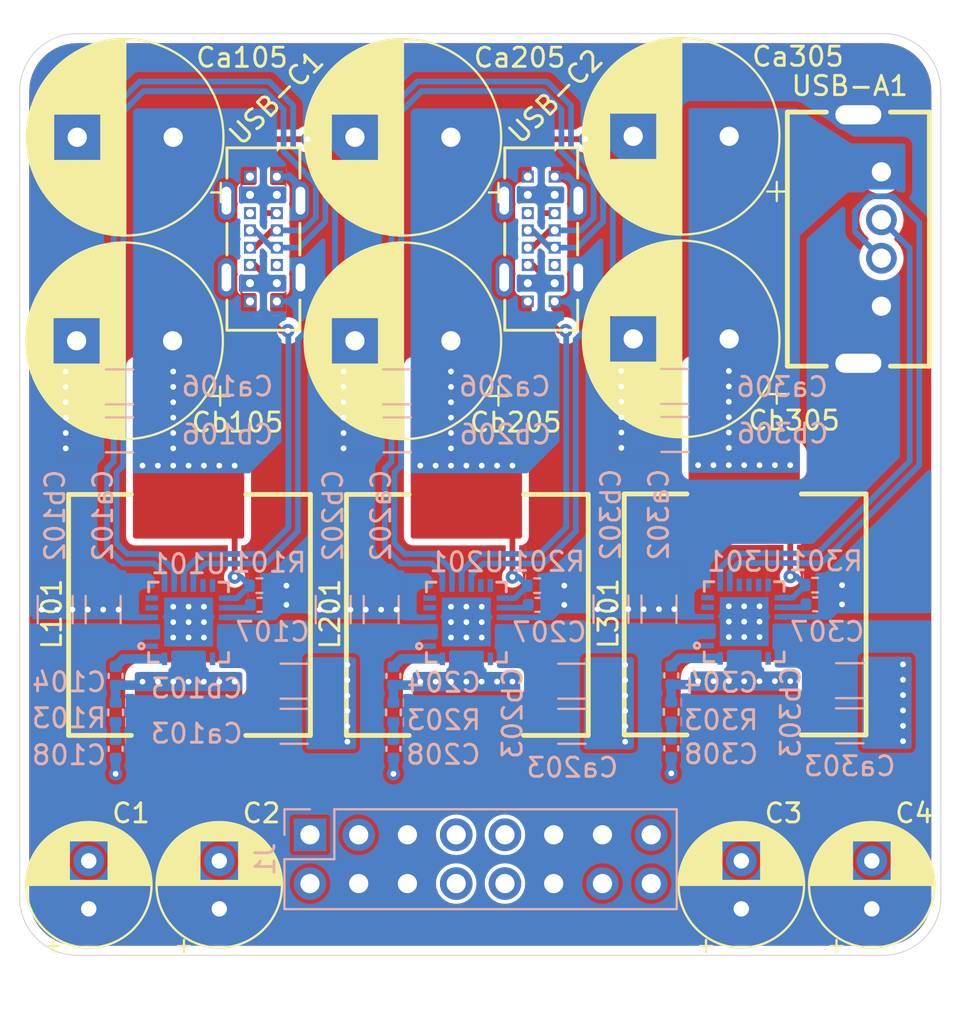
<source format=kicad_pcb>
(kicad_pcb (version 20240108) (generator "pcbnew") (generator_version "8.0")
  (layers (0 "F.Cu" signal) (31 "B.Cu" signal) (34 "B.Paste" user) (35 "F.Paste" user) (36 "B.SilkS" user "B.Silkscreen") (37 "F.SilkS" user "F.Silkscreen") (38 "B.Mask" user) (39 "F.Mask" user) (44 "Edge.Cuts" user))
  (net 0 "")
  (net 1 "GND")
  (net 2 "VCC")
  (net 3 "Net-(U101-BST)")
  (net 4 "Net-(U101-VSP)")
  (net 5 "Net-(C108-Pad2)")
  (net 6 "Net-(U201-BST)")
  (net 7 "Net-(U201-VSP)")
  (net 8 "+3.3V")
  (net 9 "SCL")
  (net 10 "SDA")
  (net 11 "+5V")
  (net 12 "Net-(C208-Pad2)")
  (net 13 "Net-(U301-BST)")
  (net 14 "Net-(U301-VSP)")
  (net 35 "/USB-C1/VOUT")
  (net 36 "/USB-C2/VOUT")
  (net 37 "/USB-A/VOUT")
  (net 38 "/USB-C1/D-")
  (net 39 "/USB-C1/D+")
  (net 40 "/USB-C2/D+")
  (net 41 "/USB-C2/D-")
  (net 42 "/USB-A/D+")
  (net 43 "/USB-A/D-")
  (net 48 "/USB-C1/CC1")
  (net 49 "/USB-C1/CC2")
  (net 50 "/USB-C2/CC2")
  (net 51 "/USB-C2/CC1")
  (net 52 "Net-(C104-Pad1)")
  (net 53 "Net-(C204-Pad1)")
  (net 54 "Net-(C304-Pad1)")
  (net 55 "Net-(C308-Pad2)")
  (footprint "easyeda2kicad:IND-SMD_L13.5-W12.6_125CDMCC-DS" (layer "F.Cu") (at 224.275 81.25 90)
    (property "Reference" "L201")
    (property "Value" "22u")
  )
  (footprint "Capacitor_THT:CP_Radial_D6.3mm_P2.50mm" (layer "F.Cu") (at 245.4 96.582379 90)
    (property "Reference" "C4")
    (property "Value" "150u")
  )
  (footprint "Capacitor_THT:CP_Radial_D6.3mm_P2.50mm" (layer "F.Cu") (at 211.4 96.58238 90)
    (property "Reference" "C2")
    (property "Value" "150u")
  )
  (footprint "Capacitor_THT:CP_Radial_D6.3mm_P2.50mm" (layer "F.Cu") (at 204.6 96.58238 90)
    (property "Reference" "C1")
    (property "Value" "150u")
  )
  (footprint "easyeda2kicad:IND-SMD_L13.5-W12.6_125CDMCC-DS" (layer "F.Cu") (at 209.8 81.25 90)
    (property "Reference" "L101")
    (property "Value" "22u")
  )
  (footprint "Capacitor_THT:CP_Radial_D10.0mm_P5.00mm" (layer "F.Cu") (at 223.467677 67 180)
    (property "Reference" "Cb205")
    (property "Value" "470u")
  )
  (footprint "Capacitor_THT:CP_Radial_D10.0mm_P5.00mm" (layer "F.Cu") (at 208.967677 67 180)
    (property "Reference" "Cb105")
    (property "Value" "470u")
  )
  (footprint "easyeda2kicad:TYPE-C-TH_16PLC-H10.0" (layer "F.Cu") (at 213.7 61.7 90)
    (property "Reference" "USB-C1")
    (property "Value" "TYPE-C 16PLC-H10.0")
  )
  (footprint "Capacitor_THT:CP_Radial_D10.0mm_P5.00mm" (layer "F.Cu") (at 223.467677 56.4 180)
    (property "Reference" "Ca205")
    (property "Value" "470u")
  )
  (footprint "easyeda2kicad:TYPE-C-TH_16PLC-H10.0" (layer "F.Cu") (at 228.175 61.7 90)
    (property "Reference" "USB-C2")
    (property "Value" "TYPE-C 16PLC-H10.0")
  )
  (footprint "Capacitor_THT:CP_Radial_D10.0mm_P5.00mm" (layer "F.Cu") (at 209 56.4 180)
    (property "Reference" "Ca105")
    (property "Value" "470u")
  )
  (footprint "easyeda2kicad:IND-SMD_L13.5-W12.6_125CDMCC-DS" (layer "F.Cu") (at 238.75 81.225 90)
    (property "Reference" "L301")
    (property "Value" "22u")
  )
  (footprint "Capacitor_THT:CP_Radial_D10.0mm_P5.00mm" (layer "F.Cu") (at 237.967677 66.9 180)
    (property "Reference" "Cb305")
    (property "Value" "470u")
  )
  (footprint "Capacitor_THT:CP_Radial_D10.0mm_P5.00mm" (layer "F.Cu") (at 237.967677 56.35 180)
    (property "Reference" "Ca305")
    (property "Value" "470u")
  )
  (footprint "easyeda2kicad:USB-A-TH_XUDF-012-0109" (layer "F.Cu") (at 245.3 61.7 90)
    (property "Reference" "USB-A1")
    (property "Value" "XUDF-012-0109")
  )
  (footprint "Capacitor_THT:CP_Radial_D6.3mm_P2.50mm" (layer "F.Cu") (at 238.6 96.58238 90)
    (property "Reference" "C3")
    (property "Value" "150u")
  )
  (footprint "Resistor_SMD:R_0402_1005Metric" (layer "B.Cu") (at 227.965 79.75)
    (property "Reference" "R201")
    (property "Value" "3.3K")
  )
  (footprint "Capacitor_SMD:C_0402_1005Metric" (layer "B.Cu") (at 220.475 84.45 90)
    (property "Reference" "C204")
    (property "Value" "100n")
  )
  (footprint "Capacitor_SMD:C_1206_3216Metric" (layer "B.Cu") (at 220.675 71.9 180)
    (property "Reference" "Cb206")
    (property "Value" "10u")
  )
  (footprint "Capacitor_SMD:C_1206_3216Metric" (layer "B.Cu") (at 229.775 84.725)
    (property "Reference" "Cb203")
    (property "Value" "10u")
  )
  (footprint "Capacitor_SMD:C_0402_1005Metric" (layer "B.Cu") (at 213.5 80.75)
    (property "Reference" "C107")
    (property "Value" "100n")
  )
  (footprint "Capacitor_SMD:C_0402_1005Metric" (layer "B.Cu") (at 227.975 80.75)
    (property "Reference" "C207")
    (property "Value" "100n")
  )
  (footprint "easyeda2kicad:QFN-24_L4.0-W4.0-P0.50-BL-EP2.6" (layer "B.Cu") (at 238.75 81.625 90)
    (property "Reference" "U301")
    (property "Value" "IP6518")
  )
  (footprint "Resistor_SMD:R_0402_1005Metric" (layer "B.Cu") (at 213.49 79.75)
    (property "Reference" "R101")
    (property "Value" "3.3K")
  )
  (footprint "Capacitor_SMD:C_0402_1005Metric" (layer "B.Cu") (at 242.45 80.725)
    (property "Reference" "C307")
    (property "Value" "100n")
  )
  (footprint "Resistor_SMD:R_0402_1005Metric" (layer "B.Cu") (at 220.475 86.35 -90)
    (property "Reference" "R203")
    (property "Value" "2")
  )
  (footprint "Resistor_SMD:R_0402_1005Metric" (layer "B.Cu") (at 242.44 79.725)
    (property "Reference" "R301")
    (property "Value" "3.3K")
  )
  (footprint "Capacitor_SMD:C_1206_3216Metric" (layer "B.Cu") (at 206.2 69.4 180)
    (property "Reference" "Ca106")
    (property "Value" "10u")
  )
  (footprint "Resistor_SMD:R_0402_1005Metric" (layer "B.Cu") (at 206 86.35 -90)
    (property "Reference" "R103")
    (property "Value" "2")
  )
  (footprint "Capacitor_SMD:C_1206_3216Metric" (layer "B.Cu") (at 235.15 71.875 180)
    (property "Reference" "Cb306")
    (property "Value" "10u")
  )
  (footprint "Capacitor_SMD:C_1206_3216Metric" (layer "B.Cu") (at 215.3 87.075)
    (property "Reference" "Ca103")
    (property "Value" "10u")
  )
  (footprint "Capacitor_SMD:C_1206_3216Metric" (layer "B.Cu") (at 217.335 81 90)
    (property "Reference" "Cb202")
    (property "Value" "10u")
  )
  (footprint "Capacitor_SMD:C_1206_3216Metric" (layer "B.Cu") (at 220.65 69.4 180)
    (property "Reference" "Ca206")
    (property "Value" "10u")
  )
  (footprint "Capacitor_SMD:C_0402_1005Metric" (layer "B.Cu") (at 234.95 88.225 90)
    (property "Reference" "C308")
    (property "Value" "1n")
  )
  (footprint "easyeda2kicad:QFN-24_L4.0-W4.0-P0.50-BL-EP2.6" (layer "B.Cu") (at 209.8 81.65 90)
    (property "Reference" "U101")
    (property "Value" "IP6518")
  )
  (footprint "Capacitor_SMD:C_1206_3216Metric" (layer "B.Cu") (at 229.775 87.075)
    (property "Reference" "Ca203")
    (property "Value" "10u")
  )
  (footprint "Capacitor_SMD:C_1206_3216Metric" (layer "B.Cu") (at 231.81 80.975 90)
    (property "Reference" "Cb302")
    (property "Value" "10u")
  )
  (footprint "Capacitor_SMD:C_0402_1005Metric" (layer "B.Cu") (at 220.475 88.25 90)
    (property "Reference" "C208")
    (property "Value" "1n")
  )
  (footprint "Capacitor_SMD:C_1206_3216Metric" (layer "B.Cu") (at 205.35 81 90)
    (property "Reference" "Ca102")
    (property "Value" "10u")
  )
  (footprint "Capacitor_SMD:C_1206_3216Metric" (layer "B.Cu") (at 235.125 69.375 180)
    (property "Reference" "Ca306")
    (property "Value" "10u")
  )
  (footprint "easyeda2kicad:QFN-24_L4.0-W4.0-P0.50-BL-EP2.6" (layer "B.Cu") (at 224.275 81.65 90)
    (property "Reference" "U201")
    (property "Value" "IP6518")
  )
  (footprint "Capacitor_SMD:C_1206_3216Metric" (layer "B.Cu") (at 202.85 81 90)
    (property "Reference" "Cb102")
    (property "Value" "10u")
  )
  (footprint "Capacitor_SMD:C_1206_3216Metric" (layer "B.Cu") (at 244.25 84.7)
    (property "Reference" "Cb303")
    (property "Value" "10u")
  )
  (footprint "Capacitor_SMD:C_1206_3216Metric" (layer "B.Cu") (at 234.31 80.975 90)
    (property "Reference" "Ca302")
    (property "Value" "10u")
  )
  (footprint "Capacitor_SMD:C_1206_3216Metric" (layer "B.Cu") (at 206.2 71.9 180)
    (property "Reference" "Cb106")
    (property "Value" "10u")
  )
  (footprint "Resistor_SMD:R_0402_1005Metric" (layer "B.Cu") (at 234.95 86.325 -90)
    (property "Reference" "R303")
    (property "Value" "2")
  )
  (footprint "Capacitor_SMD:C_0402_1005Metric" (layer "B.Cu") (at 206 84.45 90)
    (property "Reference" "C104")
    (property "Value" "100n")
  )
  (footprint "Capacitor_SMD:C_1206_3216Metric" (layer "B.Cu") (at 244.25 87.05)
    (property "Reference" "Ca303")
    (property "Value" "10u")
  )
  (footprint "Capacitor_SMD:C_1206_3216Metric" (layer "B.Cu") (at 215.3 84.725)
    (property "Reference" "Cb103")
    (property "Value" "10u")
  )
  (footprint "Capacitor_SMD:C_1206_3216Metric" (layer "B.Cu") (at 219.835 81 90)
    (property "Reference" "Ca202")
    (property "Value" "10u")
  )
  (footprint "Capacitor_SMD:C_0402_1005Metric" (layer "B.Cu") (at 234.95 84.425 90)
    (property "Reference" "C304")
    (property "Value" "100n")
  )
  (footprint "Capacitor_SMD:C_0402_1005Metric" (layer "B.Cu") (at 206 88.25 90)
    (property "Reference" "C108")
    (property "Value" "1n")
  )
  (footprint "Connector_PinHeader_2.54mm:PinHeader_2x08_P2.54mm_Vertical" (layer "B.Cu") (at 216.125 92.725 -90)
    (property "Reference" "J1")
    (property "Value" "Conn_02x08_Odd_Even")
  )
  (gr_line (start 249 96) (end 249 54) (stroke (width 0.05)) (layer "Edge.Cuts"))
  (gr_line (start 201 54) (end 201 96) (stroke (width 0.05)) (layer "Edge.Cuts"))
  (gr_line (start 204 99) (end 246 99) (stroke (width 0.05)) (layer "Edge.Cuts"))
  (gr_arc (start 249 96) (mid 248.12132 98.12132) (end 246 99) (stroke (width 0.05)) (layer "Edge.Cuts"))
  (gr_line (start 246 51) (end 204 51) (stroke (width 0.05)) (layer "Edge.Cuts"))
  (gr_arc (start 246 51) (mid 248.12132 51.87868) (end 249 54) (stroke (width 0.05)) (layer "Edge.Cuts"))
  (gr_arc (start 204 99) (mid 201.87868 98.12132) (end 201 96) (stroke (width 0.05)) (layer "Edge.Cuts"))
  (gr_arc (start 201 54) (mid 201.87868 51.87868) (end 204 51) (stroke (width 0.05)) (layer "Edge.Cuts"))
  (via (at 224.275 81.65) (size 0.7) (drill 0.3) (layers "F.Cu" "B.Cu") (net 1))
  (via (at 218.075 85.475) (size 0.7) (drill 0.3) (layers "F.Cu" "B.Cu") (net 1))
  (via (at 219.835 81) (size 0.7) (drill 0.3) (layers "F.Cu" "B.Cu") (net 1))
  (via (at 235.11 80.975) (size 0.7) (drill 0.3) (layers "F.Cu" "B.Cu") (net 1))
  (via (at 232.55 84.675) (size 0.7) (drill 0.3) (layers "F.Cu" "B.Cu") (net 1))
  (via (at 232.71 80.975) (size 0.7) (drill 0.3) (layers "F.Cu" "B.Cu") (net 1))
  (via (at 237.95 81.625) (size 0.7) (drill 0.3) (layers "F.Cu" "B.Cu") (net 1))
  (via (at 225.075 82.45) (size 0.7) (drill 0.3) (layers "F.Cu" "B.Cu") (net 1))
  (via (at 203.4 68.6) (size 0.7) (drill 0.3) (layers "F.Cu" "B.Cu") (net 1))
  (via (at 203.75 81) (size 0.7) (drill 0.3) (layers "F.Cu" "B.Cu") (net 1))
  (via (at 247.025 85.45) (size 0.7) (drill 0.3) (layers "F.Cu" "B.Cu") (net 1))
  (via (at 218.075 83.875) (size 0.7) (drill 0.3) (layers "F.Cu" "B.Cu") (net 1))
  (via (at 202.15 81) (size 0.7) (drill 0.3) (layers "F.Cu" "B.Cu") (net 1))
  (via (at 217.875 71) (size 0.7) (drill 0.3) (layers "F.Cu" "B.Cu") (net 1))
  (via (at 203.4 71.8) (size 0.7) (drill 0.3) (layers "F.Cu" "B.Cu") (net 1))
  (via (at 216.635 81) (size 0.7) (drill 0.3) (layers "F.Cu" "B.Cu") (net 1))
  (via (at 232.55 87.875) (size 0.7) (drill 0.3) (layers "F.Cu" "B.Cu") (net 1))
  (via (at 218.075 86.275) (size 0.7) (drill 0.3) (layers "F.Cu" "B.Cu") (net 1))
  (via (at 220.635 81) (size 0.7) (drill 0.3) (layers "F.Cu" "B.Cu") (net 1))
  (via (at 232.55 85.475) (size 0.7) (drill 0.3) (layers "F.Cu" "B.Cu") (net 1))
  (via (at 243.85 79.725) (size 0.7) (drill 0.3) (layers "F.Cu" "B.Cu") (net 1))
  (via (at 209 81.65) (size 0.7) (drill 0.3) (layers "F.Cu" "B.Cu") (net 1))
  (via (at 202.95 81) (size 0.7) (drill 0.3) (layers "F.Cu" "B.Cu") (net 1))
  (via (at 238.75 82.425) (size 0.7) (drill 0.3) (layers "F.Cu" "B.Cu") (net 1))
  (via (at 209 80.85) (size 0.7) (drill 0.3) (layers "F.Cu" "B.Cu") (net 1))
  (via (at 239.55 80.825) (size 0.7) (drill 0.3) (layers "F.Cu" "B.Cu") (net 1))
  (via (at 232.55 87.075) (size 0.7) (drill 0.3) (layers "F.Cu" "B.Cu") (net 1))
  (via (at 209.8 81.65) (size 0.7) (drill 0.3) (layers "F.Cu" "B.Cu") (net 1))
  (via (at 231.91 80.975) (size 0.7) (drill 0.3) (layers "F.Cu" "B.Cu") (net 1))
  (via (at 203.4 70.2) (size 0.7) (drill 0.3) (layers "F.Cu" "B.Cu") (net 1))
  (via (at 232.35 69.375) (size 0.7) (drill 0.3) (layers "F.Cu" "B.Cu") (net 1))
  (via (at 247.025 83.85) (size 0.7) (drill 0.3) (layers "F.Cu" "B.Cu") (net 1))
  (via (at 232.35 68.575) (size 0.7) (drill 0.3) (layers "F.Cu" "B.Cu") (net 1))
  (via (at 217.875 70.2) (size 0.7) (drill 0.3) (layers "F.Cu" "B.Cu") (net 1))
  (via (at 232.35 70.175) (size 0.7) (drill 0.3) (layers "F.Cu" "B.Cu") (net 1))
  (via (at 229.375 80.75) (size 0.7) (drill 0.3) (layers "F.Cu" "B.Cu") (net 1))
  (via (at 223.475 82.45) (size 0.7) (drill 0.3) (layers "F.Cu" "B.Cu") (net 1))
  (via (at 247.025 87.05) (size 0.7) (drill 0.3) (layers "F.Cu" "B.Cu") (net 1))
  (via (at 237.95 82.425) (size 0.7) (drill 0.3) (layers "F.Cu" "B.Cu") (net 1))
  (via (at 210.6 81.65) (size 0.7) (drill 0.3) (layers "F.Cu" "B.Cu") (net 1))
  (via (at 231.11 80.975) (size 0.7) (drill 0.3) (layers "F.Cu" "B.Cu") (net 1))
  (via (at 229.375 79.75) (size 0.7) (drill 0.3) (layers "F.Cu" "B.Cu") (net 1))
  (via (at 247.025 84.65) (size 0.7) (drill 0.3) (layers "F.Cu" "B.Cu") (net 1))
  (via (at 234.95 89.525) (size 0.7) (drill 0.3) (layers "F.Cu" "B.Cu") (net 1))
  (via (at 232.35 72.575) (size 0.7) (drill 0.3) (layers "F.Cu" "B.Cu") (net 1))
  (via (at 223.475 81.65) (size 0.7) (drill 0.3) (layers "F.Cu" "B.Cu") (net 1))
  (via (at 234.31 80.975) (size 0.7) (drill 0.3) (layers "F.Cu" "B.Cu") (net 1))
  (via (at 209.8 82.45) (size 0.7) (drill 0.3) (layers "F.Cu" "B.Cu") (net 1))
  (via (at 218.075 87.075) (size 0.7) (drill 0.3) (layers "F.Cu" "B.Cu") (net 1))
  (via (at 214.9 80.75) (size 0.7) (drill 0.3) (layers "F.Cu" "B.Cu") (net 1))
  (via (at 243.85 80.725) (size 0.7) (drill 0.3) (layers "F.Cu" "B.Cu") (net 1))
  (via (at 218.075 87.875) (size 0.7) (drill 0.3) (layers "F.Cu" "B.Cu") (net 1))
  (via (at 205.35 81) (size 0.7) (drill 0.3) (layers "F.Cu" "B.Cu") (net 1))
  (via (at 206 89.55) (size 0.7) (drill 0.3) (layers "F.Cu" "B.Cu") (net 1))
  (via (at 214.9 79.75) (size 0.7) (drill 0.3) (layers "F.Cu" "B.Cu") (net 1))
  (via (at 203.4 71) (size 0.7) (drill 0.3) (layers "F.Cu" "B.Cu") (net 1))
  (via (at 217.875 72.6) (size 0.7) (drill 0.3) (layers "F.Cu" "B.Cu") (net 1))
  (via (at 209 82.45) (size 0.7) (drill 0.3) (layers "F.Cu" "B.Cu") (net 1))
  (via (at 238.75 80.825) (size 0.7) (drill 0.3) (layers "F.Cu" "B.Cu") (net 1))
  (via (at 239.55 82.425) (size 0.7) (drill 0.3) (layers "F.Cu" "B.Cu") (net 1))
  (via (at 203.4 72.6) (size 0.7) (drill 0.3) (layers "F.Cu" "B.Cu") (net 1))
  (via (at 225.075 81.65) (size 0.7) (drill 0.3) (layers "F.Cu" "B.Cu") (net 1))
  (via (at 239.55 81.625) (size 0.7) (drill 0.3) (layers "F.Cu" "B.Cu") (net 1))
  (via (at 232.55 86.275) (size 0.7) (drill 0.3) (layers "F.Cu" "B.Cu") (net 1))
  (via (at 217.875 71.8) (size 0.7) (drill 0.3) (layers "F.Cu" "B.Cu") (net 1))
  (via (at 237.95 80.825) (size 0.7) (drill 0.3) (layers "F.Cu" "B.Cu") (net 1))
  (via (at 232.35 70.975) (size 0.7) (drill 0.3) (layers "F.Cu" "B.Cu") (net 1))
  (via (at 217.875 68.6) (size 0.7) (drill 0.3) (layers "F.Cu" "B.Cu") (net 1))
  (via (at 223.475 80.85) (size 0.7) (drill 0.3) (layers "F.Cu" "B.Cu") (net 1))
  (via (at 210.6 80.85) (size 0.7) (drill 0.3) (layers "F.Cu" "B.Cu") (net 1))
  (via (at 247.025 87.85) (size 0.7) (drill 0.3) (layers "F.Cu" "B.Cu") (net 1))
  (via (at 224.275 82.45) (size 0.7) (drill 0.3) (layers "F.Cu" "B.Cu") (net 1))
  (via (at 233.51 80.975) (size 0.7) (drill 0.3) (layers "F.Cu" "B.Cu") (net 1))
  (via (at 219.035 81) (size 0.7) (drill 0.3) (layers "F.Cu" "B.Cu") (net 1))
  (via (at 206.15 81) (size 0.7) (drill 0.3) (layers "F.Cu" "B.Cu") (net 1))
  (via (at 232.35 71.775) (size 0.7) (drill 0.3) (layers "F.Cu" "B.Cu") (net 1))
  (via (at 224.275 80.85) (size 0.7) (drill 0.3) (layers "F.Cu" "B.Cu") (net 1))
  (via (at 238.75 81.625) (size 0.7) (drill 0.3) (layers "F.Cu" "B.Cu") (net 1))
  (via (at 217.875 69.4) (size 0.7) (drill 0.3) (layers "F.Cu" "B.Cu") (net 1))
  (via (at 247.025 86.25) (size 0.7) (drill 0.3) (layers "F.Cu" "B.Cu") (net 1))
  (via (at 204.55 81) (size 0.7) (drill 0.3) (layers "F.Cu" "B.Cu") (net 1))
  (via (at 217.435 81) (size 0.7) (drill 0.3) (layers "F.Cu" "B.Cu") (net 1))
  (via (at 203.4 69.4) (size 0.7) (drill 0.3) (layers "F.Cu" "B.Cu") (net 1))
  (via (at 232.55 83.875) (size 0.7) (drill 0.3) (layers "F.Cu" "B.Cu") (net 1))
  (via (at 218.075 84.675) (size 0.7) (drill 0.3) (layers "F.Cu" "B.Cu") (net 1))
  (via (at 210.6 82.45) (size 0.7) (drill 0.3) (layers "F.Cu" "B.Cu") (net 1))
  (via (at 218.235 81) (size 0.7) (drill 0.3) (layers "F.Cu" "B.Cu") (net 1))
  (via (at 209.8 80.85) (size 0.7) (drill 0.3) (layers "F.Cu" "B.Cu") (net 1))
  (via (at 220.475 89.55) (size 0.7) (drill 0.3) (layers "F.Cu" "B.Cu") (net 1))
  (via (at 225.075 80.85) (size 0.7) (drill 0.3) (layers "F.Cu" "B.Cu") (net 1))
  (segment (start 236.85 81.375) (end 235.51 81.375) (width 0.3) (layer "B.Cu") (net 1))
  (segment (start 213.98 80.75) (end 214.9 80.75) (width 0.5) (layer "B.Cu") (net 1))
  (segment (start 228.475 79.75) (end 229.375 79.75) (width 0.5) (layer "B.Cu") (net 1))
  (segment (start 235.51 81.375) (end 235.11 80.975) (width 0.3) (layer "B.Cu") (net 1))
  (segment (start 243.2 81.375) (end 243.85 80.725) (width 0.3) (layer "B.Cu") (net 1))
  (segment (start 228.455 80.75) (end 229.375 80.75) (width 0.5) (layer "B.Cu") (net 1))
  (segment (start 242.95 79.725) (end 243.85 79.725) (width 0.5) (layer "B.Cu") (net 1))
  (segment (start 221.035 81.4) (end 220.635 81) (width 0.3) (layer "B.Cu") (net 1))
  (segment (start 214 79.75) (end 214.9 79.75) (width 0.5) (layer "B.Cu") (net 1))
  (segment (start 220.475 88.73) (end 220.475 89.55) (width 0.5) (layer "B.Cu") (net 1))
  (segment (start 240.66 81.375) (end 243.2 81.375) (width 0.3) (layer "B.Cu") (net 1))
  (segment (start 234.95 88.705) (end 234.95 89.525) (width 0.5) (layer "B.Cu") (net 1))
  (segment (start 214.25 81.4) (end 214.9 80.75) (width 0.3) (layer "B.Cu") (net 1))
  (segment (start 242.93 80.725) (end 243.85 80.725) (width 0.5) (layer "B.Cu") (net 1))
  (segment (start 206 88.73) (end 206 89.55) (width 0.5) (layer "B.Cu") (net 1))
  (segment (start 226.185 81.4) (end 228.725 81.4) (width 0.3) (layer "B.Cu") (net 1))
  (segment (start 211.71 81.4) (end 214.25 81.4) (width 0.3) (layer "B.Cu") (net 1))
  (segment (start 228.725 81.4) (end 229.375 80.75) (width 0.3) (layer "B.Cu") (net 1))
  (segment (start 206.55 81.4) (end 206.15 81) (width 0.3) (layer "B.Cu") (net 1))
  (segment (start 222.375 81.4) (end 221.035 81.4) (width 0.3) (layer "B.Cu") (net 1))
  (segment (start 207.89 81.4) (end 206.55 81.4) (width 0.3) (layer "B.Cu") (net 1))
  (segment (start 206 83.97) (end 206.41 83.56) (width 0.5) (layer "B.Cu") (net 3))
  (segment (start 206.41 83.56) (end 208.46 83.56) (width 0.5) (layer "B.Cu") (net 3))
  (segment (start 212.87 80.9) (end 211.71 80.9) (width 0.3) (layer "B.Cu") (net 4))
  (segment (start 213.02 80.75) (end 212.87 80.9) (width 0.2) (layer "B.Cu") (net 4))
  (segment (start 206 86.86) (end 206 87.77) (width 0.5) (layer "B.Cu") (net 5))
  (segment (start 220.885 83.56) (end 222.935 83.56) (width 0.5) (layer "B.Cu") (net 6))
  (segment (start 220.475 83.97) (end 220.885 83.56) (width 0.5) (layer "B.Cu") (net 6))
  (segment (start 227.345 80.9) (end 226.185 80.9) (width 0.3) (layer "B.Cu") (net 7))
  (segment (start 227.495 80.75) (end 227.345 80.9) (width 0.2) (layer "B.Cu") (net 7))
  (segment (start 220.475 86.86) (end 220.475 87.77) (width 0.5) (layer "B.Cu") (net 12))
  (segment (start 234.95 83.945) (end 235.36 83.535) (width 0.5) (layer "B.Cu") (net 13))
  (segment (start 235.36 83.535) (end 237.41 83.535) (width 0.5) (layer "B.Cu") (net 13))
  (segment (start 241.97 80.725) (end 241.82 80.875) (width 0.2) (layer "B.Cu") (net 14))
  (segment (start 241.82 80.875) (end 240.66 80.875) (width 0.3) (layer "B.Cu") (net 14))
  (segment (start 212.2 79.3) (end 212.2 76.65) (width 0.3) (layer "F.Cu") (net 35))
  (via (at 212.2 79.3) (size 0.7) (drill 0.3) (layers "F.Cu" "B.Cu") (net 35))
  (via (at 209 72.6) (size 0.7) (drill 0.3) (layers "F.Cu" "B.Cu") (net 35))
  (via (at 209 68.6) (size 0.7) (drill 0.3) (layers "F.Cu" "B.Cu") (net 35))
  (via (at 212.2 73.5) (size 0.7) (drill 0.3) (layers "F.Cu" "B.Cu") (net 35))
  (via (at 209 69.4) (size 0.7) (drill 0.3) (layers "F.Cu" "B.Cu") (net 35))
  (via (at 211.4 73.5) (size 0.7) (drill 0.3) (layers "F.Cu" "B.Cu") (net 35))
  (via (at 210.6 73.5) (size 0.7) (drill 0.3) (layers "F.Cu" "B.Cu") (net 35))
  (via (at 209.8 73.5) (size 0.7) (drill 0.3) (layers "F.Cu" "B.Cu") (net 35))
  (via (at 209 73.5) (size 0.7) (drill 0.3) (layers "F.Cu" "B.Cu") (net 35))
  (via (at 209 71) (size 0.7) (drill 0.3) (layers "F.Cu" "B.Cu") (net 35))
  (via (at 207.4 73.5) (size 0.7) (drill 0.3) (layers "F.Cu" "B.Cu") (net 35))
  (via (at 208.2 73.5) (size 0.7) (drill 0.3) (layers "F.Cu" "B.Cu") (net 35))
  (via (at 209 71.8) (size 0.7) (drill 0.3) (layers "F.Cu" "B.Cu") (net 35))
  (via (at 209 70.2) (size 0.7) (drill 0.3) (layers "F.Cu" "B.Cu") (net 35))
  (segment (start 212.2 79.3) (end 212.53 79.3) (width 0.3) (layer "B.Cu") (net 35))
  (segment (start 212.33 80.4) (end 212.98 79.75) (width 0.3) (layer "B.Cu") (net 35))
  (segment (start 211.71 80.4) (end 212.33 80.4) (width 0.3) (layer "B.Cu") (net 35))
  (segment (start 212.53 79.3) (end 212.98 79.75) (width 0.3) (layer "B.Cu") (net 35))
  (segment (start 226.675 79.3) (end 226.675 76.65) (width 0.3) (layer "F.Cu") (net 36))
  (via (at 223.475 71) (size 0.7) (drill 0.3) (layers "F.Cu" "B.Cu") (net 36))
  (via (at 226.675 79.3) (size 0.7) (drill 0.3) (layers "F.Cu" "B.Cu") (net 36))
  (via (at 223.475 68.6) (size 0.7) (drill 0.3) (layers "F.Cu" "B.Cu") (net 36))
  (via (at 223.475 69.4) (size 0.7) (drill 0.3) (layers "F.Cu" "B.Cu") (net 36))
  (via (at 223.475 73.5) (size 0.7) (drill 0.3) (layers "F.Cu" "B.Cu") (net 36))
  (via (at 225.075 73.5) (size 0.7) (drill 0.3) (layers "F.Cu" "B.Cu") (net 36))
  (via (at 222.675 73.5) (size 0.7) (drill 0.3) (layers "F.Cu" "B.Cu") (net 36))
  (via (at 225.875 73.5) (size 0.7) (drill 0.3) (layers "F.Cu" "B.Cu") (net 36))
  (via (at 223.475 71.8) (size 0.7) (drill 0.3) (layers "F.Cu" "B.Cu") (net 36))
  (via (at 221.875 73.5) (size 0.7) (drill 0.3) (layers "F.Cu" "B.Cu") (net 36))
  (via (at 224.275 73.5) (size 0.7) (drill 0.3) (layers "F.Cu" "B.Cu") (net 36))
  (via (at 223.475 70.2) (size 0.7) (drill 0.3) (layers "F.Cu" "B.Cu") (net 36))
  (via (at 226.675 73.5) (size 0.7) (drill 0.3) (layers "F.Cu" "B.Cu") (net 36))
  (via (at 223.475 72.6) (size 0.7) (drill 0.3) (layers "F.Cu" "B.Cu") (net 36))
  (segment (start 226.185 80.4) (end 226.805 80.4) (width 0.3) (layer "B.Cu") (net 36))
  (segment (start 227.005 79.3) (end 227.455 79.75) (width 0.3) (layer "B.Cu") (net 36))
  (segment (start 226.805 80.4) (end 227.455 79.75) (width 0.3) (layer "B.Cu") (net 36))
  (segment (start 226.675 79.3) (end 227.005 79.3) (width 0.3) (layer "B.Cu") (net 36))
  (segment (start 241.15 79.275) (end 241.15 76.625) (width 0.3) (layer "F.Cu") (net 37))
  (via (at 237.95 70.175) (size 0.7) (drill 0.3) (layers "F.Cu" "B.Cu") (net 37))
  (via (at 239.55 73.475) (size 0.7) (drill 0.3) (layers "F.Cu" "B.Cu") (net 37))
  (via (at 237.95 71.775) (size 0.7) (drill 0.3) (layers "F.Cu" "B.Cu") (net 37))
  (via (at 237.95 73.475) (size 0.7) (drill 0.3) (layers "F.Cu" "B.Cu") (net 37))
  (via (at 237.95 69.375) (size 0.7) (drill 0.3) (layers "F.Cu" "B.Cu") (net 37))
  (via (at 241.15 73.475) (size 0.7) (drill 0.3) (layers "F.Cu" "B.Cu") (net 37))
  (via (at 237.15 73.475) (size 0.7) (drill 0.3) (layers "F.Cu" "B.Cu") (net 37))
  (via (at 241.15 79.275) (size 0.7) (drill 0.3) (layers "F.Cu" "B.Cu") (net 37))
  (via (at 237.95 68.575) (size 0.7) (drill 0.3) (layers "F.Cu" "B.Cu") (net 37))
  (via (at 238.75 73.475) (size 0.7) (drill 0.3) (layers "F.Cu" "B.Cu") (net 37))
  (via (at 236.35 73.475) (size 0.7) (drill 0.3) (layers "F.Cu" "B.Cu") (net 37))
  (via (at 237.95 70.975) (size 0.7) (drill 0.3) (layers "F.Cu" "B.Cu") (net 37))
  (via (at 240.35 73.475) (size 0.7) (drill 0.3) (layers "F.Cu" "B.Cu") (net 37))
  (via (at 237.95 72.575) (size 0.7) (drill 0.3) (layers "F.Cu" "B.Cu") (net 37))
  (segment (start 240.66 80.375) (end 241.28 80.375) (width 0.3) (layer "B.Cu") (net 37))
  (segment (start 241.48 79.275) (end 241.93 79.725) (width 0.3) (layer "B.Cu") (net 37))
  (segment (start 241.28 80.375) (end 241.93 79.725) (width 0.3) (layer "B.Cu") (net 37))
  (segment (start 241.15 79.275) (end 241.48 79.275) (width 0.3) (layer "B.Cu") (net 37))
  (segment (start 205.9 73.292893) (end 205.9 54.85) (width 0.3) (layer "B.Cu") (net 38))
  (segment (start 207.992894 78.6) (end 206.4 78.6) (width 0.3) (layer "B.Cu") (net 38))
  (segment (start 205.55 73.642893) (end 205.9 73.292893) (width 0.3) (layer "B.Cu") (net 38))
  (segment (start 214 53.5) (end 215.25 54.75) (width 0.3) (layer "B.Cu") (net 38))
  (segment (start 206.4 78.6) (end 205.842893 78.042894) (width 0.3) (layer "B.Cu") (net 38))
  (segment (start 213 61.25) (end 213.25 61.25) (width 0.3) (layer "B.Cu") (net 38))
  (segment (start 216.93 58.611522) (end 216.93 60.788478) (width 0.3) (layer "B.Cu") (net 38))
  (segment (start 213.25 61.25) (end 214.15 62.15) (width 0.3) (layer "B.Cu") (net 38))
  (segment (start 215.568478 62.15) (end 214.4 62.15) (width 0.3) (layer "B.Cu") (net 38))
  (segment (start 214.15 62.15) (end 214.4 62.15) (width 0.3) (layer "B.Cu") (net 38))
  (segment (start 207.25 53.5) (end 214 53.5) (width 0.3) (layer "B.Cu") (net 38))
  (segment (start 208.55 79.157106) (end 207.992894 78.6) (width 0.3) (layer "B.Cu") (net 38))
  (segment (start 215.25 56.931522) (end 216.93 58.611522) (width 0.3) (layer "B.Cu") (net 38))
  (segment (start 205.842893 78.042894) (end 205.55 77.750001) (width 0.3) (layer "B.Cu") (net 38))
  (segment (start 208.55 79.74) (end 208.55 79.157106) (width 0.3) (layer "B.Cu") (net 38))
  (segment (start 205.55 77.750001) (end 205.55 73.642893) (width 0.3) (layer "B.Cu") (net 38))
  (segment (start 205.9 54.85) (end 207.25 53.5) (width 0.3) (layer "B.Cu") (net 38))
  (segment (start 216.93 60.788478) (end 215.568478 62.15) (width 0.3) (layer "B.Cu") (net 38))
  (segment (start 215.25 54.75) (end 215.25 56.931522) (width 0.3) (layer "B.Cu") (net 38))
  (segment (start 214.4 61.25) (end 214.15 61.25) (width 0.3) (layer "F.Cu") (net 39))
  (segment (start 213.25 62.15) (end 213 62.15) (width 0.3) (layer "F.Cu") (net 39))
  (segment (start 214.15 61.25) (end 213.25 62.15) (width 0.3) (layer "F.Cu") (net 39))
  (segment (start 206.4 55.057106) (end 207.457106 54) (width 0.3) (layer "B.Cu") (net 39))
  (segment (start 207.457106 54) (end 213.792894 54) (width 0.3) (layer "B.Cu") (net 39))
  (segment (start 206.4 73.5) (end 206.4 55.057106) (width 0.3) (layer "B.Cu") (net 39))
  (segment (start 214.75 54.957106) (end 214.75 57.138629) (width 0.3) (layer "B.Cu") (net 39))
  (segment (start 209.05 78.949999) (end 208.200001 78.1) (width 0.3) (layer "B.Cu") (net 39))
  (segment (start 209.05 79.74) (end 209.05 78.949999) (width 0.3) (layer "B.Cu") (net 39))
  (segment (start 216.43 60.581371) (end 215.761371 61.25) (width 0.3) (layer "B.Cu") (net 39))
  (segment (start 206.05 77.542894) (end 206.05 73.85) (width 0.3) (layer "B.Cu") (net 39))
  (segment (start 214.75 57.138629) (end 216.43 58.818629) (width 0.3) (layer "B.Cu") (net 39))
  (segment (start 213.792894 54) (end 214.75 54.957106) (width 0.3) (layer "B.Cu") (net 39))
  (segment (start 215.761371 61.25) (end 214.4 61.25) (width 0.3) (layer "B.Cu") (net 39))
  (segment (start 208.200001 78.1) (end 206.607106 78.1) (width 0.3) (layer "B.Cu") (net 39))
  (segment (start 216.43 58.818629) (end 216.43 60.581371) (width 0.3) (layer "B.Cu") (net 39))
  (segment (start 206.607106 78.1) (end 206.05 77.542894) (width 0.3) (layer "B.Cu") (net 39))
  (segment (start 206.05 73.85) (end 206.4 73.5) (width 0.3) (layer "B.Cu") (net 39))
  (segment (start 228.875 61.25) (end 228.625 61.25) (width 0.3) (layer "F.Cu") (net 40))
  (segment (start 228.625 61.25) (end 227.725 62.15) (width 0.3) (layer "F.Cu") (net 40))
  (segment (start 227.725 62.15) (end 227.475 62.15) (width 0.3) (layer "F.Cu") (net 40))
  (segment (start 230.905 60.581371) (end 230.236371 61.25) (width 0.3) (layer "B.Cu") (net 40))
  (segment (start 221.932106 54) (end 228.267894 54) (width 0.3) (layer "B.Cu") (net 40))
  (segment (start 221.082106 78.1) (end 220.525 77.542894) (width 0.3) (layer "B.Cu") (net 40))
  (segment (start 220.875 55.057106) (end 221.932106 54) (width 0.3) (layer "B.Cu") (net 40))
  (segment (start 229.225 57.138629) (end 230.905 58.818629) (width 0.3) (layer "B.Cu") (net 40))
  (segment (start 230.905 58.818629) (end 230.905 60.581371) (width 0.3) (layer "B.Cu") (net 40))
  (segment (start 220.875 73.5) (end 220.875 55.057106) (width 0.3) (layer "B.Cu") (net 40))
  (segment (start 222.675001 78.1) (end 221.082106 78.1) (width 0.3) (layer "B.Cu") (net 40))
  (segment (start 220.525 73.85) (end 220.875 73.5) (width 0.3) (layer "B.Cu") (net 40))
  (segment (start 229.225 54.957106) (end 229.225 57.138629) (width 0.3) (layer "B.Cu") (net 40))
  (segment (start 228.267894 54) (end 229.225 54.957106) (width 0.3) (layer "B.Cu") (net 40))
  (segment (start 223.525 78.949999) (end 222.675001 78.1) (width 0.3) (layer "B.Cu") (net 40))
  (segment (start 230.236371 61.25) (end 228.875 61.25) (width 0.3) (layer "B.Cu") (net 40))
  (segment (start 223.525 79.74) (end 223.525 78.949999) (width 0.3) (layer "B.Cu") (net 40))
  (segment (start 220.525 77.542894) (end 220.525 73.85) (width 0.3) (layer "B.Cu") (net 40))
  (segment (start 221.725 53.5) (end 228.475 53.5) (width 0.3) (layer "B.Cu") (net 41))
  (segment (start 229.725 56.931522) (end 231.405 58.611522) (width 0.3) (layer "B.Cu") (net 41))
  (segment (start 228.625 62.15) (end 228.875 62.15) (width 0.3) (layer "B.Cu") (net 41))
  (segment (start 230.043478 62.15) (end 228.875 62.15) (width 0.3) (layer "B.Cu") (net 41))
  (segment (start 229.725 54.75) (end 229.725 56.931522) (width 0.3) (layer "B.Cu") (net 41))
  (segment (start 223.025 79.74) (end 223.025 79.157106) (width 0.3) (layer "B.Cu") (net 41))
  (segment (start 228.475 53.5) (end 229.725 54.75) (width 0.3) (layer "B.Cu") (net 41))
  (segment (start 231.405 58.611522) (end 231.405 60.788478) (width 0.3) (layer "B.Cu") (net 41))
  (segment (start 227.475 61.25) (end 227.725 61.25) (width 0.3) (layer "B.Cu") (net 41))
  (segment (start 220.375 73.292893) (end 220.375 54.85) (width 0.3) (layer "B.Cu") (net 41))
  (segment (start 220.025 77.750001) (end 220.025 73.642893) (width 0.3) (layer "B.Cu") (net 41))
  (segment (start 227.725 61.25) (end 228.625 62.15) (width 0.3) (layer "B.Cu") (net 41))
  (segment (start 220.875 78.6) (end 220.317893 78.042894) (width 0.3) (layer "B.Cu") (net 41))
  (segment (start 222.467894 78.6) (end 220.875 78.6) (width 0.3) (layer "B.Cu") (net 41))
  (segment (start 220.025 73.642893) (end 220.375 73.292893) (width 0.3) (layer "B.Cu") (net 41))
  (segment (start 220.375 54.85) (end 221.725 53.5) (width 0.3) (layer "B.Cu") (net 41))
  (segment (start 220.317893 78.042894) (end 220.025 77.750001) (width 0.3) (layer "B.Cu") (net 41))
  (segment (start 231.405 60.788478) (end 230.043478 62.15) (width 0.3) (layer "B.Cu") (net 41))
  (segment (start 223.025 79.157106) (end 222.467894 78.6) (width 0.3) (layer "B.Cu") (net 41))
  (segment (start 244.525 61.325) (end 245.9 62.7) (width 0.3) (layer "B.Cu") (net 42))
  (segment (start 244.453679 76.896321) (end 247.875 73.475) (width 0.3) (layer "B.Cu") (net 42))
  (segment (start 242.771321 78.575) (end 244.45 76.896321) (width 0.3) (layer "B.Cu") (net 42))
  (segment (start 238.47 78.575) (end 242.771321 78.575) (width 0.3) (layer "B.Cu") (net 42))
  (segment (start 247.875 60.85) (end 246.5 59.475) (width 0.3) (layer "B.Cu") (net 42))
  (segment (start 246.5 59.475) (end 245.275 59.475) (width 0.3) (layer "B.Cu") (net 42))
  (segment (start 247.875 73.475) (end 247.875 60.85) (width 0.3) (layer "B.Cu") (net 42))
  (segment (start 244.525 60.225) (end 244.525 61.325) (width 0.3) (layer "B.Cu") (net 42))
  (segment (start 238 79.715) (end 238 79.045) (width 0.3) (layer "B.Cu") (net 42))
  (segment (start 244.45 76.896321) (end 244.453679 76.896321) (width 0.3) (layer "B.Cu") (net 42))
  (segment (start 238 79.045) (end 238.47 78.575) (width 0.3) (layer "B.Cu") (net 42))
  (segment (start 245.275 59.475) (end 244.525 60.225) (width 0.3) (layer "B.Cu") (net 42))
  (segment (start 238.262894 78.075) (end 242.564214 78.075) (width 0.3) (layer "B.Cu") (net 43))
  (segment (start 237.5 78.837894) (end 238.262894 78.075) (width 0.3) (layer "B.Cu") (net 43))
  (segment (start 237.5 79.715) (end 237.5 78.837894) (width 0.3) (layer "B.Cu") (net 43))
  (segment (start 247.375 73.264214) (end 247.375 62.175) (width 0.3) (layer "B.Cu") (net 43))
  (segment (start 242.564214 78.075) (end 247.375 73.264214) (width 0.3) (layer "B.Cu") (net 43))
  (segment (start 247.375 62.175) (end 245.9 60.7) (width 0.3) (layer "B.Cu") (net 43))
  (segment (start 214.601868 66.471868) (end 213.7 65.57) (width 0.3) (layer "F.Cu") (net 48))
  (segment (start 213.7 63.5) (end 213.25 63.05) (width 0.3) (layer "F.Cu") (net 48))
  (segment (start 213.25 63.05) (end 213 63.05) (width 0.3) (layer "F.Cu") (net 48))
  (segment (start 213.7 65.57) (end 213.7 63.5) (width 0.3) (layer "F.Cu") (net 48))
  (segment (start 214.966949 66.471868) (end 214.601868 66.471868) (width 0.3) (layer "F.Cu") (net 48))
  (via (at 214.966949 66.471868) (size 0.7) (drill 0.3) (layers "F.Cu" "B.Cu") (net 48))
  (segment (start 215 76.714214) (end 213.614214 78.1) (width 0.3) (layer "B.Cu") (net 48))
  (segment (start 215 66.504919) (end 215 76.714214) (width 0.3) (layer "B.Cu") (net 48))
  (segment (start 209.55 79.002893) (end 209.55 79.74) (width 0.3) (layer "B.Cu") (net 48))
  (segment (start 214.966949 66.471868) (end 215 66.504919) (width 0.3) (layer "B.Cu") (net 48))
  (segment (start 213.614214 78.1) (end 210.452893 78.1) (width 0.3) (layer "B.Cu") (net 48))
  (segment (start 210.452893 78.1) (end 209.55 79.002893) (width 0.3) (layer "B.Cu") (net 48))
  (segment (start 213.79 60.35) (end 214.4 60.35) (width 0.3) (layer "F.Cu") (net 49))
  (segment (start 214.35 56.5) (end 213.7 57.15) (width 0.3) (layer "F.Cu") (net 49))
  (segment (start 216 56.5) (end 214.35 56.5) (width 0.3) (layer "F.Cu") (net 49))
  (segment (start 213.7 57.15) (end 213.7 60.26) (width 0.3) (layer "F.Cu") (net 49))
  (segment (start 213.7 60.26) (end 213.79 60.35) (width 0.3) (layer "F.Cu") (net 49))
  (via (at 216 56.5) (size 0.7) (drill 0.3) (layers "F.Cu" "B.Cu") (net 49))
  (segment (start 217.43 57.93) (end 217.43 64.995584) (width 0.3) (layer "B.Cu") (net 49))
  (segment (start 210.05 79.21) (end 210.05 79.74) (width 0.3) (layer "B.Cu") (net 49))
  (segment (start 215.5 76.921321) (end 213.821321 78.6) (width 0.3) (layer "B.Cu") (net 49))
  (segment (start 213.821321 78.6) (end 210.66 78.6) (width 0.3) (layer "B.Cu") (net 49))
  (segment (start 217.43 64.995584) (end 215.5 66.925584) (width 0.3) (layer "B.Cu") (net 49))
  (segment (start 210.66 78.6) (end 210.05 79.21) (width 0.3) (layer "B.Cu") (net 49))
  (segment (start 215.5 66.925584) (end 215.5 76.921321) (width 0.3) (layer "B.Cu") (net 49))
  (segment (start 216 56.5) (end 217.43 57.93) (width 0.3) (layer "B.Cu") (net 49))
  (segment (start 228.175 57.15) (end 228.175 60.26) (width 0.3) (layer "F.Cu") (net 50))
  (segment (start 228.265 60.35) (end 228.875 60.35) (width 0.3) (layer "F.Cu") (net 50))
  (segment (start 228.175 60.26) (end 228.265 60.35) (width 0.3) (layer "F.Cu") (net 50))
  (segment (start 228.825 56.5) (end 228.175 57.15) (width 0.3) (layer "F.Cu") (net 50))
  (segment (start 230.475 56.5) (end 228.825 56.5) (width 0.3) (layer "F.Cu") (net 50))
  (via (at 230.475 56.5) (size 0.7) (drill 0.3) (layers "F.Cu" "B.Cu") (net 50))
  (segment (start 229.975 76.921321) (end 228.296321 78.6) (width 0.3) (layer "B.Cu") (net 50))
  (segment (start 230.475 56.5) (end 231.905 57.93) (width 0.3) (layer "B.Cu") (net 50))
  (segment (start 231.905 64.995584) (end 229.975 66.925584) (width 0.3) (layer "B.Cu") (net 50))
  (segment (start 228.296321 78.6) (end 225.135 78.6) (width 0.3) (layer "B.Cu") (net 50))
  (segment (start 229.975 66.925584) (end 229.975 76.921321) (width 0.3) (layer "B.Cu") (net 50))
  (segment (start 231.905 57.93) (end 231.905 64.995584) (width 0.3) (layer "B.Cu") (net 50))
  (segment (start 225.135 78.6) (end 224.525 79.21) (width 0.3) (layer "B.Cu") (net 50))
  (segment (start 224.525 79.21) (end 224.525 79.74) (width 0.3) (layer "B.Cu") (net 50))
  (segment (start 228.183051 63.5) (end 227.733051 63.05) (width 0.3) (layer "F.Cu") (net 51))
  (segment (start 229.45 66.471868) (end 229.084919 66.471868) (width 0.3) (layer "F.Cu") (net 51))
  (segment (start 227.733051 63.05) (end 227.483051 63.05) (width 0.3) (layer "F.Cu") (net 51))
  (segment (start 229.084919 66.471868) (end 228.183051 65.57) (width 0.3) (layer "F.Cu") (net 51))
  (segment (start 228.183051 65.57) (end 228.183051 63.5) (width 0.3) (layer "F.Cu") (net 51))
  (via (at 229.45 66.471868) (size 0.7) (drill 0.3) (layers "F.Cu" "B.Cu") (net 51))
  (segment (start 228.089214 78.1) (end 224.927893 78.1) (width 0.3) (layer "B.Cu") (net 51))
  (segment (start 224.927893 78.1) (end 224.025 79.002893) (width 0.3) (layer "B.Cu") (net 51))
  (segment (start 224.025 79.002893) (end 224.025 79.74) (width 0.3) (layer "B.Cu") (net 51))
  (segment (start 229.475 66.504919) (end 229.475 76.714214) (width 0.3) (layer "B.Cu") (net 51))
  (segment (start 229.475 76.714214) (end 228.089214 78.1) (width 0.3) (layer "B.Cu") (net 51))
  (segment (start 229.441949 66.471868) (end 229.475 66.504919) (width 0.3) (layer "B.Cu") (net 51))
  (via (at 211.4 84.75) (size 0.7) (drill 0.3) (layers "F.Cu" "B.Cu") (net 52))
  (via (at 207.4 84.75) (size 0.7) (drill 0.3) (layers "F.Cu" "B.Cu") (net 52))
  (via (at 212.2 84.75) (size 0.7) (drill 0.3) (layers "F.Cu" "B.Cu") (net 52))
  (via (at 209.8 84.75) (size 0.7) (drill 0.3) (layers "F.Cu" "B.Cu") (net 52))
  (via (at 210.6 84.75) (size 0.7) (drill 0.3) (layers "F.Cu" "B.Cu") (net 52))
  (via (at 209 84.75) (size 0.7) (drill 0.3) (layers "F.Cu" "B.Cu") (net 52))
  (via (at 208.2 84.75) (size 0.7) (drill 0.3) (layers "F.Cu" "B.Cu") (net 52))
  (segment (start 207.22 84.93) (end 207.4 84.75) (width 0.5) (layer "B.Cu") (net 52))
  (segment (start 206 84.93) (end 206 85.84) (width 0.5) (layer "B.Cu") (net 52))
  (segment (start 206 84.93) (end 207.22 84.93) (width 0.5) (layer "B.Cu") (net 52))
  (via (at 224.275 84.75) (size 0.7) (drill 0.3) (layers "F.Cu" "B.Cu") (net 53))
  (via (at 226.675 84.75) (size 0.7) (drill 0.3) (layers "F.Cu" "B.Cu") (net 53))
  (via (at 223.475 84.75) (size 0.7) (drill 0.3) (layers "F.Cu" "B.Cu") (net 53))
  (via (at 222.675 84.75) (size 0.7) (drill 0.3) (layers "F.Cu" "B.Cu") (net 53))
  (via (at 221.875 84.75) (size 0.7) (drill 0.3) (layers "F.Cu" "B.Cu") (net 53))
  (via (at 225.075 84.75) (size 0.7) (drill 0.3) (layers "F.Cu" "B.Cu") (net 53))
  (via (at 225.875 84.75) (size 0.7) (drill 0.3) (layers "F.Cu" "B.Cu") (net 53))
  (segment (start 220.475 84.93) (end 220.475 85.84) (width 0.5) (layer "B.Cu") (net 53))
  (segment (start 221.695 84.93) (end 221.875 84.75) (width 0.5) (layer "B.Cu") (net 53))
  (segment (start 220.475 84.93) (end 221.695 84.93) (width 0.5) (layer "B.Cu") (net 53))
  (via (at 236.35 84.725) (size 0.7) (drill 0.3) (layers "F.Cu" "B.Cu") (net 54))
  (via (at 237.95 84.725) (size 0.7) (drill 0.3) (layers "F.Cu" "B.Cu") (net 54))
  (via (at 241.15 84.725) (size 0.7) (drill 0.3) (layers "F.Cu" "B.Cu") (net 54))
  (via (at 239.55 84.725) (size 0.7) (drill 0.3) (layers "F.Cu" "B.Cu") (net 54))
  (via (at 237.15 84.725) (size 0.7) (drill 0.3) (layers "F.Cu" "B.Cu") (net 54))
  (via (at 240.35 84.725) (size 0.7) (drill 0.3) (layers "F.Cu" "B.Cu") (net 54))
  (via (at 238.75 84.725) (size 0.7) (drill 0.3) (layers "F.Cu" "B.Cu") (net 54))
  (segment (start 236.17 84.905) (end 236.35 84.725) (width 0.5) (layer "B.Cu") (net 54))
  (segment (start 234.95 84.905) (end 234.95 85.815) (width 0.5) (layer "B.Cu") (net 54))
  (segment (start 234.95 84.905) (end 236.17 84.905) (width 0.5) (layer "B.Cu") (net 54))
  (segment (start 234.95 86.835) (end 234.95 87.745) (width 0.5) (layer "B.Cu") (net 55))
  (zone (net 1) (net_name "GND") (layer "F.Cu") (priority 40) (connect_pads yes (clearance 0.1)) (min_thickness 0.25) (fill yes (thermal_gap 0.5) (thermal_bridge_width 0.5) (smoothing fillet) (radius 0.3))
    (polygon (pts (xy 211 77.65) (xy 211 80.4) (xy 212.9 80.4) (xy 212.9 77.65)))
  )
  (zone (net 1) (net_name "GND") (layer "F.Cu") (priority 21) (connect_pads yes (clearance 0.1)) (min_thickness 0.25) (fill yes (thermal_gap 0.5) (thermal_bridge_width 0.5) (smoothing fillet) (radius 0.3))
    (polygon (pts (xy 212.5 57.9) (xy 214.9 57.9) (xy 214.9 59) (xy 212.5 59)))
  )
  (zone (net 35) (net_name "/USB-C1/VOUT") (layer "F.Cu") (priority 10) (connect_pads yes (clearance 0.2)) (min_thickness 0.25) (fill yes (thermal_gap 0.5) (thermal_bridge_width 0.5))
    (polygon (pts (xy 209.3 68.2) (xy 212.7 72.8) (xy 212.7 77.3) (xy 206.9 77.3) (xy 206.9 68.2)))
  )
  (zone (net 54) (net_name "Net-(C304-Pad1)") (layer "F.Cu") (priority 20) (connect_pads yes (clearance 0.5)) (min_thickness 0.25) (fill yes (thermal_gap 0.5) (thermal_bridge_width 0.5) (smoothing fillet) (radius 0.3) (island_removal_mode 1) (island_area_min 10))
    (polygon (pts (xy 235.95 84.225) (xy 241.55 84.225) (xy 241.55 88.525) (xy 235.95 88.525)))
  )
  (zone (net 1) (net_name "GND") (layer "F.Cu") (priority 3) (connect_pads yes (clearance 0.35)) (min_thickness 0.25) (fill yes (thermal_gap 0.5) (thermal_bridge_width 0.5) (smoothing fillet) (radius 0.3))
    (polygon (pts (xy 250 100) (xy 200 100) (xy 200 50) (xy 250 50)))
  )
  (zone (net 1) (net_name "GND") (layer "F.Cu") (priority 40) (connect_pads yes (clearance 0.1)) (min_thickness 0.25) (fill yes (thermal_gap 0.5) (thermal_bridge_width 0.5) (smoothing fillet) (radius 0.3))
    (polygon (pts (xy 225.45 77.65) (xy 225.45 80.4) (xy 227.35 80.4) (xy 227.35 77.65)))
  )
  (zone (net 1) (net_name "GND") (layer "F.Cu") (priority 20) (connect_pads yes (clearance 0.1)) (min_thickness 0.25) (fill yes (thermal_gap 0.5) (thermal_bridge_width 0.5) (smoothing fillet) (radius 0.3) (island_removal_mode 1) (island_area_min 10))
    (polygon (pts (xy 212.5 64.4) (xy 214.9 64.4) (xy 214.9 65.5) (xy 212.5 65.5)))
  )
  (zone (net 36) (net_name "/USB-C2/VOUT") (layer "F.Cu") (priority 10) (connect_pads yes (clearance 0.2)) (min_thickness 0.25) (fill yes (thermal_gap 0.5) (thermal_bridge_width 0.5))
    (polygon (pts (xy 223.775 68.2) (xy 227.175 72.8) (xy 227.175 77.3) (xy 221.375 77.3) (xy 221.375 68.2)))
  )
  (zone (net 1) (net_name "GND") (layer "F.Cu") (priority 4) (connect_pads yes (clearance 0.5)) (min_thickness 0.25) (fill yes (thermal_gap 0.5) (thermal_bridge_width 0.5) (smoothing fillet) (radius 0.3))
    (polygon (pts (xy 219.75 91.25) (xy 219.75 94) (xy 217.25 94) (xy 217.25 96.5) (xy 215 96.5) (xy 211.75 93.25) (xy 211.75 91.25)))
  )
  (zone (net 1) (net_name "GND") (layer "F.Cu") (priority 4) (connect_pads yes (clearance 0.5)) (min_thickness 0.25) (fill yes (thermal_gap 0.5) (thermal_bridge_width 0.5) (smoothing fillet) (radius 0.3))
    (polygon (pts (xy 230.25 91.25) (xy 230.25 91.5) (xy 232.25 91.516494) (xy 232.25 94) (xy 230.25 94) (xy 230.25 96.5) (xy 232.75 96.5) (xy 235 96.5) (xy 238.25 93.25) (xy 238.25 91.25)))
  )
  (zone (net 37) (net_name "/USB-A/VOUT") (layer "F.Cu") (priority 10) (connect_pads yes (clearance 0.2)) (min_thickness 0.25) (fill yes (thermal_gap 0.5) (thermal_bridge_width 0.5))
    (polygon (pts (xy 238.25 68.175) (xy 241.65 72.775) (xy 241.65 77.275) (xy 235.85 77.275) (xy 235.85 68.175)))
  )
  (zone (net 52) (net_name "Net-(C104-Pad1)") (layer "F.Cu") (priority 20) (connect_pads yes (clearance 0.5)) (min_thickness 0.25) (fill yes (thermal_gap 0.5) (thermal_bridge_width 0.5) (smoothing fillet) (radius 0.3) (island_removal_mode 1) (island_area_min 10))
    (polygon (pts (xy 207 84.25) (xy 212.6 84.25) (xy 212.6 88.55) (xy 207 88.55)))
  )
  (zone (net 1) (net_name "GND") (layer "F.Cu") (priority 40) (connect_pads yes (clearance 0.1)) (min_thickness 0.25) (fill yes (thermal_gap 0.5) (thermal_bridge_width 0.5) (smoothing fillet) (radius 0.3))
    (polygon (pts (xy 239.925 77.625) (xy 239.925 80.375) (xy 241.825 80.375) (xy 241.825 77.625)))
  )
  (zone (net 53) (net_name "Net-(C204-Pad1)") (layer "F.Cu") (priority 20) (connect_pads yes (clearance 0.5)) (min_thickness 0.25) (fill yes (thermal_gap 0.5) (thermal_bridge_width 0.5) (smoothing fillet) (radius 0.3) (island_removal_mode 1) (island_area_min 10))
    (polygon (pts (xy 221.475 84.25) (xy 227.075 84.25) (xy 227.075 88.55) (xy 221.475 88.55)))
  )
  (zone (net 35) (net_name "/USB-C1/VOUT") (layer "B.Cu") (priority 9) (connect_pads yes (clearance 0.2)) (min_thickness 0.25) (fill yes (thermal_gap 0.5) (thermal_bridge_width 0.5) (smoothing fillet) (radius 0.3))
    (polygon (pts (xy 212.5 57.9) (xy 214.9 57.9) (xy 214.9 59.9) (xy 212.5 59.9)))
  )
  (zone (net 1) (net_name "GND") (layer "B.Cu") (priority 8) (connect_pads yes (clearance 0.2)) (min_thickness 0.25) (fill yes (thermal_gap 0.5) (thermal_bridge_width 0.5))
    (polygon (pts (xy 244.875 83.45) (xy 247.475 83.45) (xy 247.475 88.25) (xy 244.875 88.25)))
  )
  (zone (net 1) (net_name "GND") (layer "B.Cu") (priority 8) (connect_pads yes (clearance 0.2)) (min_thickness 0.25) (fill yes (thermal_gap 0.5) (thermal_bridge_width 0.5))
    (polygon (pts (xy 217.475 68.2) (xy 220.075 68.2) (xy 220.075 73) (xy 217.475 73)))
  )
  (zone (net 35) (net_name "/USB-C1/VOUT") (layer "B.Cu") (priority 8) (connect_pads yes (clearance 0.2)) (min_thickness 0.25) (fill yes (thermal_gap 0.5) (thermal_bridge_width 0.5))
    (polygon (pts (xy 206.9 54.9) (xy 214.9 54.9) (xy 214.9 68.2) (xy 214.9 72) (xy 213 73.9) (xy 206.9 73.9)))
  )
  (zone (net 1) (net_name "GND") (layer "B.Cu") (connect_pads yes (clearance 0.35)) (min_thickness 0.25) (fill yes (thermal_gap 0.5) (thermal_bridge_width 0.5) (smoothing fillet) (radius 0.3))
    (polygon (pts (xy 249.975 100) (xy 199.975 100) (xy 199.975 50) (xy 249.975 50)))
  )
  (zone (net 52) (net_name "Net-(C104-Pad1)") (layer "B.Cu") (priority 19) (connect_pads yes (clearance 0.2)) (min_thickness 0.25) (fill yes (thermal_gap 0.5) (thermal_bridge_width 0.5))
    (polygon (pts (xy 208.75 83.05) (xy 210.85 83.05) (xy 210.85 84.25) (xy 212.6 84.25) (xy 212.6 85.25) (xy 207 85.25) (xy 207 84.25) (xy 208.75 84.25)))
  )
  (zone (net 53) (net_name "Net-(C204-Pad1)") (layer "B.Cu") (priority 19) (connect_pads yes (clearance 0.2)) (min_thickness 0.25) (fill yes (thermal_gap 0.5) (thermal_bridge_width 0.5))
    (polygon (pts (xy 223.225 83.05) (xy 225.325 83.05) (xy 225.325 84.25) (xy 227.075 84.25) (xy 227.075 85.25) (xy 221.475 85.25) (xy 221.475 84.25) (xy 223.225 84.25)))
  )
  (zone (net 1) (net_name "GND") (layer "B.Cu") (priority 8) (connect_pads yes (clearance 0.2)) (min_thickness 0.25) (fill yes (thermal_gap 0.5) (thermal_bridge_width 0.5))
    (polygon (pts (xy 231.95 68.175) (xy 234.55 68.175) (xy 234.55 72.975) (xy 231.95 72.975)))
  )
  (zone (net 1) (net_name "GND") (layer "B.Cu") (priority 8) (connect_pads yes (clearance 0.2)) (min_thickness 0.25) (fill yes (thermal_gap 0.5) (thermal_bridge_width 0.5))
    (polygon (pts (xy 216.135 78.6) (xy 221.035 78.6) (xy 221.035 81.5) (xy 216.135 81.5)))
  )
  (zone (net 1) (net_name "GND") (layer "B.Cu") (priority 8) (connect_pads yes (clearance 0.2)) (min_thickness 0.25) (fill yes (thermal_gap 0.5) (thermal_bridge_width 0.5))
    (polygon (pts (xy 230.4 83.475) (xy 233 83.475) (xy 233 88.275) (xy 230.4 88.275)))
  )
  (zone (net 1) (net_name "GND") (layer "B.Cu") (priority 8) (connect_pads yes (clearance 0.2)) (min_thickness 0.25) (fill yes (thermal_gap 0.5) (thermal_bridge_width 0.5))
    (polygon (pts (xy 215.925 83.475) (xy 218.525 83.475) (xy 218.525 88.275) (xy 215.925 88.275)))
  )
  (zone (net 54) (net_name "Net-(C304-Pad1)") (layer "B.Cu") (priority 19) (connect_pads yes (clearance 0.2)) (min_thickness 0.25) (fill yes (thermal_gap 0.5) (thermal_bridge_width 0.5))
    (polygon (pts (xy 237.7 83.025) (xy 239.8 83.025) (xy 239.8 84.225) (xy 241.55 84.225) (xy 241.55 85.225) (xy 235.95 85.225) (xy 235.95 84.225) (xy 237.7 84.225)))
  )
  (zone (net 1) (net_name "GND") (layer "B.Cu") (priority 8) (connect_pads yes (clearance 0.2)) (min_thickness 0.25) (fill yes (thermal_gap 0.5) (thermal_bridge_width 0.5))
    (polygon (pts (xy 203 68.2) (xy 205.4 68.2) (xy 205.4 73) (xy 203 73)))
  )
  (zone (net 37) (net_name "/USB-A/VOUT") (layer "B.Cu") (priority 8) (connect_pads yes (clearance 0.2)) (min_thickness 0.25) (fill yes (thermal_gap 0.5) (thermal_bridge_width 0.5))
    (polygon (pts (xy 235.85 54.875) (xy 241.5 54.8875) (xy 244.325 56.71875) (xy 247.15 56.725) (xy 247.15 59.275) (xy 244.15 59.275) (xy 241.65 61.525) (xy 241.65 73.875) (xy 235.85 73.875)))
  )
  (zone (net 36) (net_name "/USB-C2/VOUT") (layer "B.Cu") (priority 8) (connect_pads yes (clearance 0.2)) (min_thickness 0.25) (fill yes (thermal_gap 0.5) (thermal_bridge_width 0.5))
    (polygon (pts (xy 221.375 54.9) (xy 229.375 54.9) (xy 229.375 68.2) (xy 229.375 72) (xy 227.475 73.9) (xy 221.375 73.9)))
  )
  (zone (net 35) (net_name "/USB-C1/VOUT") (layer "B.Cu") (priority 9) (connect_pads yes (clearance 0.2)) (min_thickness 0.25) (fill yes (thermal_gap 0.5) (thermal_bridge_width 0.5) (smoothing fillet) (radius 0.3))
    (polygon (pts (xy 212.5 63.5) (xy 214.9 63.5) (xy 214.9 65.7) (xy 212.5 65.7)))
  )
  (zone (net 2) (net_name "VCC") (layer "B.Cu") (priority 1) (connect_pads yes (clearance 0.2)) (min_thickness 0.25) (fill yes (thermal_gap 0.5) (thermal_bridge_width 0.5) (smoothing fillet) (radius 0.3))
    (polygon (pts (xy 200 99.2) (xy 250 99.2) (xy 250 81.55) (xy 200 81.55)))
  )
  (zone (net 1) (net_name "GND") (layer "B.Cu") (priority 8) (connect_pads yes (clearance 0.2)) (min_thickness 0.25) (fill yes (thermal_gap 0.5) (thermal_bridge_width 0.5))
    (polygon (pts (xy 201.65 78.6) (xy 206.55 78.6) (xy 206.55 81.5) (xy 201.65 81.5)))
  )
  (zone (net 1) (net_name "GND") (layer "B.Cu") (priority 8) (connect_pads yes (clearance 0.2)) (min_thickness 0.25) (fill yes (thermal_gap 0.5) (thermal_bridge_width 0.5))
    (polygon (pts (xy 230.61 78.575) (xy 235.51 78.575) (xy 235.51 81.475) (xy 230.61 81.475)))
  )
)
</source>
